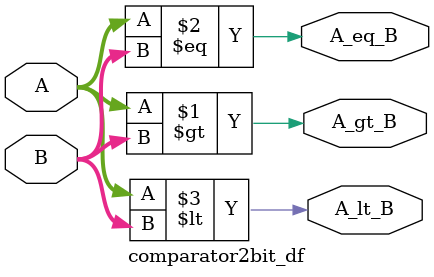
<source format=v>
module comparator2bit_df(input [1:0] A, B, output A_gt_B, A_eq_B, A_lt_B);
  assign A_gt_B = (A > B);
  assign A_eq_B = (A == B);
  assign A_lt_B = (A < B);
endmodule

</source>
